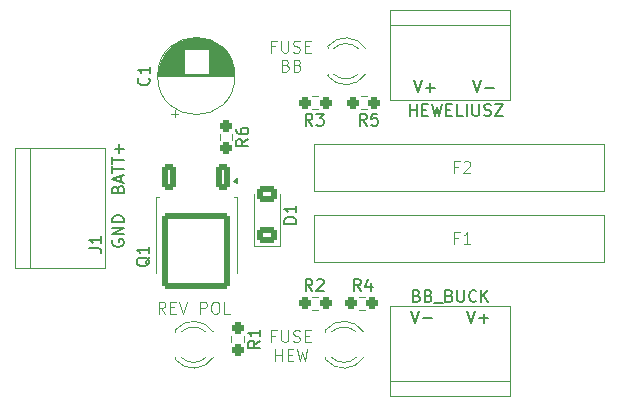
<source format=gto>
%TF.GenerationSoftware,KiCad,Pcbnew,8.0.1*%
%TF.CreationDate,2024-08-03T23:28:50+02:00*%
%TF.ProjectId,prot_cir,70726f74-5f63-4697-922e-6b696361645f,rev?*%
%TF.SameCoordinates,Original*%
%TF.FileFunction,Legend,Top*%
%TF.FilePolarity,Positive*%
%FSLAX46Y46*%
G04 Gerber Fmt 4.6, Leading zero omitted, Abs format (unit mm)*
G04 Created by KiCad (PCBNEW 8.0.1) date 2024-08-03 23:28:50*
%MOMM*%
%LPD*%
G01*
G04 APERTURE LIST*
G04 Aperture macros list*
%AMRoundRect*
0 Rectangle with rounded corners*
0 $1 Rounding radius*
0 $2 $3 $4 $5 $6 $7 $8 $9 X,Y pos of 4 corners*
0 Add a 4 corners polygon primitive as box body*
4,1,4,$2,$3,$4,$5,$6,$7,$8,$9,$2,$3,0*
0 Add four circle primitives for the rounded corners*
1,1,$1+$1,$2,$3*
1,1,$1+$1,$4,$5*
1,1,$1+$1,$6,$7*
1,1,$1+$1,$8,$9*
0 Add four rect primitives between the rounded corners*
20,1,$1+$1,$2,$3,$4,$5,0*
20,1,$1+$1,$4,$5,$6,$7,0*
20,1,$1+$1,$6,$7,$8,$9,0*
20,1,$1+$1,$8,$9,$2,$3,0*%
G04 Aperture macros list end*
%ADD10C,0.150000*%
%ADD11C,0.100000*%
%ADD12C,0.120000*%
%ADD13RoundRect,0.237500X0.250000X0.237500X-0.250000X0.237500X-0.250000X-0.237500X0.250000X-0.237500X0*%
%ADD14R,1.800000X1.800000*%
%ADD15C,1.800000*%
%ADD16C,5.600000*%
%ADD17R,3.000000X3.000000*%
%ADD18C,3.000000*%
%ADD19RoundRect,0.237500X-0.237500X0.250000X-0.237500X-0.250000X0.237500X-0.250000X0.237500X0.250000X0*%
%ADD20C,2.500000*%
%ADD21RoundRect,0.250000X0.600000X-0.400000X0.600000X0.400000X-0.600000X0.400000X-0.600000X-0.400000X0*%
%ADD22R,1.600000X1.600000*%
%ADD23C,1.600000*%
%ADD24RoundRect,0.250000X-0.350000X0.850000X-0.350000X-0.850000X0.350000X-0.850000X0.350000X0.850000X0*%
%ADD25RoundRect,0.249997X-2.650003X2.950003X-2.650003X-2.950003X2.650003X-2.950003X2.650003X2.950003X0*%
G04 APERTURE END LIST*
D10*
X142443922Y-94619819D02*
X142777255Y-95619819D01*
X142777255Y-95619819D02*
X143110588Y-94619819D01*
X143443922Y-95238866D02*
X144205827Y-95238866D01*
X137443922Y-94619819D02*
X137777255Y-95619819D01*
X137777255Y-95619819D02*
X138110588Y-94619819D01*
X138443922Y-95238866D02*
X139205827Y-95238866D01*
X138824874Y-95619819D02*
X138824874Y-94857914D01*
X137086779Y-97619819D02*
X137086779Y-96619819D01*
X137086779Y-97096009D02*
X137658207Y-97096009D01*
X137658207Y-97619819D02*
X137658207Y-96619819D01*
X138134398Y-97096009D02*
X138467731Y-97096009D01*
X138610588Y-97619819D02*
X138134398Y-97619819D01*
X138134398Y-97619819D02*
X138134398Y-96619819D01*
X138134398Y-96619819D02*
X138610588Y-96619819D01*
X138943922Y-96619819D02*
X139182017Y-97619819D01*
X139182017Y-97619819D02*
X139372493Y-96905533D01*
X139372493Y-96905533D02*
X139562969Y-97619819D01*
X139562969Y-97619819D02*
X139801065Y-96619819D01*
X140182017Y-97096009D02*
X140515350Y-97096009D01*
X140658207Y-97619819D02*
X140182017Y-97619819D01*
X140182017Y-97619819D02*
X140182017Y-96619819D01*
X140182017Y-96619819D02*
X140658207Y-96619819D01*
X141562969Y-97619819D02*
X141086779Y-97619819D01*
X141086779Y-97619819D02*
X141086779Y-96619819D01*
X141896303Y-97619819D02*
X141896303Y-96619819D01*
X142372493Y-96619819D02*
X142372493Y-97429342D01*
X142372493Y-97429342D02*
X142420112Y-97524580D01*
X142420112Y-97524580D02*
X142467731Y-97572200D01*
X142467731Y-97572200D02*
X142562969Y-97619819D01*
X142562969Y-97619819D02*
X142753445Y-97619819D01*
X142753445Y-97619819D02*
X142848683Y-97572200D01*
X142848683Y-97572200D02*
X142896302Y-97524580D01*
X142896302Y-97524580D02*
X142943921Y-97429342D01*
X142943921Y-97429342D02*
X142943921Y-96619819D01*
X143372493Y-97572200D02*
X143515350Y-97619819D01*
X143515350Y-97619819D02*
X143753445Y-97619819D01*
X143753445Y-97619819D02*
X143848683Y-97572200D01*
X143848683Y-97572200D02*
X143896302Y-97524580D01*
X143896302Y-97524580D02*
X143943921Y-97429342D01*
X143943921Y-97429342D02*
X143943921Y-97334104D01*
X143943921Y-97334104D02*
X143896302Y-97238866D01*
X143896302Y-97238866D02*
X143848683Y-97191247D01*
X143848683Y-97191247D02*
X143753445Y-97143628D01*
X143753445Y-97143628D02*
X143562969Y-97096009D01*
X143562969Y-97096009D02*
X143467731Y-97048390D01*
X143467731Y-97048390D02*
X143420112Y-97000771D01*
X143420112Y-97000771D02*
X143372493Y-96905533D01*
X143372493Y-96905533D02*
X143372493Y-96810295D01*
X143372493Y-96810295D02*
X143420112Y-96715057D01*
X143420112Y-96715057D02*
X143467731Y-96667438D01*
X143467731Y-96667438D02*
X143562969Y-96619819D01*
X143562969Y-96619819D02*
X143801064Y-96619819D01*
X143801064Y-96619819D02*
X143943921Y-96667438D01*
X144277255Y-96619819D02*
X144943921Y-96619819D01*
X144943921Y-96619819D02*
X144277255Y-97619819D01*
X144277255Y-97619819D02*
X144943921Y-97619819D01*
X137670112Y-112846009D02*
X137812969Y-112893628D01*
X137812969Y-112893628D02*
X137860588Y-112941247D01*
X137860588Y-112941247D02*
X137908207Y-113036485D01*
X137908207Y-113036485D02*
X137908207Y-113179342D01*
X137908207Y-113179342D02*
X137860588Y-113274580D01*
X137860588Y-113274580D02*
X137812969Y-113322200D01*
X137812969Y-113322200D02*
X137717731Y-113369819D01*
X137717731Y-113369819D02*
X137336779Y-113369819D01*
X137336779Y-113369819D02*
X137336779Y-112369819D01*
X137336779Y-112369819D02*
X137670112Y-112369819D01*
X137670112Y-112369819D02*
X137765350Y-112417438D01*
X137765350Y-112417438D02*
X137812969Y-112465057D01*
X137812969Y-112465057D02*
X137860588Y-112560295D01*
X137860588Y-112560295D02*
X137860588Y-112655533D01*
X137860588Y-112655533D02*
X137812969Y-112750771D01*
X137812969Y-112750771D02*
X137765350Y-112798390D01*
X137765350Y-112798390D02*
X137670112Y-112846009D01*
X137670112Y-112846009D02*
X137336779Y-112846009D01*
X138670112Y-112846009D02*
X138812969Y-112893628D01*
X138812969Y-112893628D02*
X138860588Y-112941247D01*
X138860588Y-112941247D02*
X138908207Y-113036485D01*
X138908207Y-113036485D02*
X138908207Y-113179342D01*
X138908207Y-113179342D02*
X138860588Y-113274580D01*
X138860588Y-113274580D02*
X138812969Y-113322200D01*
X138812969Y-113322200D02*
X138717731Y-113369819D01*
X138717731Y-113369819D02*
X138336779Y-113369819D01*
X138336779Y-113369819D02*
X138336779Y-112369819D01*
X138336779Y-112369819D02*
X138670112Y-112369819D01*
X138670112Y-112369819D02*
X138765350Y-112417438D01*
X138765350Y-112417438D02*
X138812969Y-112465057D01*
X138812969Y-112465057D02*
X138860588Y-112560295D01*
X138860588Y-112560295D02*
X138860588Y-112655533D01*
X138860588Y-112655533D02*
X138812969Y-112750771D01*
X138812969Y-112750771D02*
X138765350Y-112798390D01*
X138765350Y-112798390D02*
X138670112Y-112846009D01*
X138670112Y-112846009D02*
X138336779Y-112846009D01*
X139098684Y-113465057D02*
X139860588Y-113465057D01*
X140432017Y-112846009D02*
X140574874Y-112893628D01*
X140574874Y-112893628D02*
X140622493Y-112941247D01*
X140622493Y-112941247D02*
X140670112Y-113036485D01*
X140670112Y-113036485D02*
X140670112Y-113179342D01*
X140670112Y-113179342D02*
X140622493Y-113274580D01*
X140622493Y-113274580D02*
X140574874Y-113322200D01*
X140574874Y-113322200D02*
X140479636Y-113369819D01*
X140479636Y-113369819D02*
X140098684Y-113369819D01*
X140098684Y-113369819D02*
X140098684Y-112369819D01*
X140098684Y-112369819D02*
X140432017Y-112369819D01*
X140432017Y-112369819D02*
X140527255Y-112417438D01*
X140527255Y-112417438D02*
X140574874Y-112465057D01*
X140574874Y-112465057D02*
X140622493Y-112560295D01*
X140622493Y-112560295D02*
X140622493Y-112655533D01*
X140622493Y-112655533D02*
X140574874Y-112750771D01*
X140574874Y-112750771D02*
X140527255Y-112798390D01*
X140527255Y-112798390D02*
X140432017Y-112846009D01*
X140432017Y-112846009D02*
X140098684Y-112846009D01*
X141098684Y-112369819D02*
X141098684Y-113179342D01*
X141098684Y-113179342D02*
X141146303Y-113274580D01*
X141146303Y-113274580D02*
X141193922Y-113322200D01*
X141193922Y-113322200D02*
X141289160Y-113369819D01*
X141289160Y-113369819D02*
X141479636Y-113369819D01*
X141479636Y-113369819D02*
X141574874Y-113322200D01*
X141574874Y-113322200D02*
X141622493Y-113274580D01*
X141622493Y-113274580D02*
X141670112Y-113179342D01*
X141670112Y-113179342D02*
X141670112Y-112369819D01*
X142717731Y-113274580D02*
X142670112Y-113322200D01*
X142670112Y-113322200D02*
X142527255Y-113369819D01*
X142527255Y-113369819D02*
X142432017Y-113369819D01*
X142432017Y-113369819D02*
X142289160Y-113322200D01*
X142289160Y-113322200D02*
X142193922Y-113226961D01*
X142193922Y-113226961D02*
X142146303Y-113131723D01*
X142146303Y-113131723D02*
X142098684Y-112941247D01*
X142098684Y-112941247D02*
X142098684Y-112798390D01*
X142098684Y-112798390D02*
X142146303Y-112607914D01*
X142146303Y-112607914D02*
X142193922Y-112512676D01*
X142193922Y-112512676D02*
X142289160Y-112417438D01*
X142289160Y-112417438D02*
X142432017Y-112369819D01*
X142432017Y-112369819D02*
X142527255Y-112369819D01*
X142527255Y-112369819D02*
X142670112Y-112417438D01*
X142670112Y-112417438D02*
X142717731Y-112465057D01*
X143146303Y-113369819D02*
X143146303Y-112369819D01*
X143717731Y-113369819D02*
X143289160Y-112798390D01*
X143717731Y-112369819D02*
X143146303Y-112941247D01*
X141943922Y-114119819D02*
X142277255Y-115119819D01*
X142277255Y-115119819D02*
X142610588Y-114119819D01*
X142943922Y-114738866D02*
X143705827Y-114738866D01*
X143324874Y-115119819D02*
X143324874Y-114357914D01*
X137193922Y-114119819D02*
X137527255Y-115119819D01*
X137527255Y-115119819D02*
X137860588Y-114119819D01*
X138193922Y-114738866D02*
X138955827Y-114738866D01*
D11*
X125690476Y-116238665D02*
X125357143Y-116238665D01*
X125357143Y-116762475D02*
X125357143Y-115762475D01*
X125357143Y-115762475D02*
X125833333Y-115762475D01*
X126214286Y-115762475D02*
X126214286Y-116571998D01*
X126214286Y-116571998D02*
X126261905Y-116667236D01*
X126261905Y-116667236D02*
X126309524Y-116714856D01*
X126309524Y-116714856D02*
X126404762Y-116762475D01*
X126404762Y-116762475D02*
X126595238Y-116762475D01*
X126595238Y-116762475D02*
X126690476Y-116714856D01*
X126690476Y-116714856D02*
X126738095Y-116667236D01*
X126738095Y-116667236D02*
X126785714Y-116571998D01*
X126785714Y-116571998D02*
X126785714Y-115762475D01*
X127214286Y-116714856D02*
X127357143Y-116762475D01*
X127357143Y-116762475D02*
X127595238Y-116762475D01*
X127595238Y-116762475D02*
X127690476Y-116714856D01*
X127690476Y-116714856D02*
X127738095Y-116667236D01*
X127738095Y-116667236D02*
X127785714Y-116571998D01*
X127785714Y-116571998D02*
X127785714Y-116476760D01*
X127785714Y-116476760D02*
X127738095Y-116381522D01*
X127738095Y-116381522D02*
X127690476Y-116333903D01*
X127690476Y-116333903D02*
X127595238Y-116286284D01*
X127595238Y-116286284D02*
X127404762Y-116238665D01*
X127404762Y-116238665D02*
X127309524Y-116191046D01*
X127309524Y-116191046D02*
X127261905Y-116143427D01*
X127261905Y-116143427D02*
X127214286Y-116048189D01*
X127214286Y-116048189D02*
X127214286Y-115952951D01*
X127214286Y-115952951D02*
X127261905Y-115857713D01*
X127261905Y-115857713D02*
X127309524Y-115810094D01*
X127309524Y-115810094D02*
X127404762Y-115762475D01*
X127404762Y-115762475D02*
X127642857Y-115762475D01*
X127642857Y-115762475D02*
X127785714Y-115810094D01*
X128214286Y-116238665D02*
X128547619Y-116238665D01*
X128690476Y-116762475D02*
X128214286Y-116762475D01*
X128214286Y-116762475D02*
X128214286Y-115762475D01*
X128214286Y-115762475D02*
X128690476Y-115762475D01*
X125690476Y-118372419D02*
X125690476Y-117372419D01*
X125690476Y-117848609D02*
X126261904Y-117848609D01*
X126261904Y-118372419D02*
X126261904Y-117372419D01*
X126738095Y-117848609D02*
X127071428Y-117848609D01*
X127214285Y-118372419D02*
X126738095Y-118372419D01*
X126738095Y-118372419D02*
X126738095Y-117372419D01*
X126738095Y-117372419D02*
X127214285Y-117372419D01*
X127547619Y-117372419D02*
X127785714Y-118372419D01*
X127785714Y-118372419D02*
X127976190Y-117658133D01*
X127976190Y-117658133D02*
X128166666Y-118372419D01*
X128166666Y-118372419D02*
X128404762Y-117372419D01*
X125690476Y-91738665D02*
X125357143Y-91738665D01*
X125357143Y-92262475D02*
X125357143Y-91262475D01*
X125357143Y-91262475D02*
X125833333Y-91262475D01*
X126214286Y-91262475D02*
X126214286Y-92071998D01*
X126214286Y-92071998D02*
X126261905Y-92167236D01*
X126261905Y-92167236D02*
X126309524Y-92214856D01*
X126309524Y-92214856D02*
X126404762Y-92262475D01*
X126404762Y-92262475D02*
X126595238Y-92262475D01*
X126595238Y-92262475D02*
X126690476Y-92214856D01*
X126690476Y-92214856D02*
X126738095Y-92167236D01*
X126738095Y-92167236D02*
X126785714Y-92071998D01*
X126785714Y-92071998D02*
X126785714Y-91262475D01*
X127214286Y-92214856D02*
X127357143Y-92262475D01*
X127357143Y-92262475D02*
X127595238Y-92262475D01*
X127595238Y-92262475D02*
X127690476Y-92214856D01*
X127690476Y-92214856D02*
X127738095Y-92167236D01*
X127738095Y-92167236D02*
X127785714Y-92071998D01*
X127785714Y-92071998D02*
X127785714Y-91976760D01*
X127785714Y-91976760D02*
X127738095Y-91881522D01*
X127738095Y-91881522D02*
X127690476Y-91833903D01*
X127690476Y-91833903D02*
X127595238Y-91786284D01*
X127595238Y-91786284D02*
X127404762Y-91738665D01*
X127404762Y-91738665D02*
X127309524Y-91691046D01*
X127309524Y-91691046D02*
X127261905Y-91643427D01*
X127261905Y-91643427D02*
X127214286Y-91548189D01*
X127214286Y-91548189D02*
X127214286Y-91452951D01*
X127214286Y-91452951D02*
X127261905Y-91357713D01*
X127261905Y-91357713D02*
X127309524Y-91310094D01*
X127309524Y-91310094D02*
X127404762Y-91262475D01*
X127404762Y-91262475D02*
X127642857Y-91262475D01*
X127642857Y-91262475D02*
X127785714Y-91310094D01*
X128214286Y-91738665D02*
X128547619Y-91738665D01*
X128690476Y-92262475D02*
X128214286Y-92262475D01*
X128214286Y-92262475D02*
X128214286Y-91262475D01*
X128214286Y-91262475D02*
X128690476Y-91262475D01*
X126571428Y-93348609D02*
X126714285Y-93396228D01*
X126714285Y-93396228D02*
X126761904Y-93443847D01*
X126761904Y-93443847D02*
X126809523Y-93539085D01*
X126809523Y-93539085D02*
X126809523Y-93681942D01*
X126809523Y-93681942D02*
X126761904Y-93777180D01*
X126761904Y-93777180D02*
X126714285Y-93824800D01*
X126714285Y-93824800D02*
X126619047Y-93872419D01*
X126619047Y-93872419D02*
X126238095Y-93872419D01*
X126238095Y-93872419D02*
X126238095Y-92872419D01*
X126238095Y-92872419D02*
X126571428Y-92872419D01*
X126571428Y-92872419D02*
X126666666Y-92920038D01*
X126666666Y-92920038D02*
X126714285Y-92967657D01*
X126714285Y-92967657D02*
X126761904Y-93062895D01*
X126761904Y-93062895D02*
X126761904Y-93158133D01*
X126761904Y-93158133D02*
X126714285Y-93253371D01*
X126714285Y-93253371D02*
X126666666Y-93300990D01*
X126666666Y-93300990D02*
X126571428Y-93348609D01*
X126571428Y-93348609D02*
X126238095Y-93348609D01*
X127571428Y-93348609D02*
X127714285Y-93396228D01*
X127714285Y-93396228D02*
X127761904Y-93443847D01*
X127761904Y-93443847D02*
X127809523Y-93539085D01*
X127809523Y-93539085D02*
X127809523Y-93681942D01*
X127809523Y-93681942D02*
X127761904Y-93777180D01*
X127761904Y-93777180D02*
X127714285Y-93824800D01*
X127714285Y-93824800D02*
X127619047Y-93872419D01*
X127619047Y-93872419D02*
X127238095Y-93872419D01*
X127238095Y-93872419D02*
X127238095Y-92872419D01*
X127238095Y-92872419D02*
X127571428Y-92872419D01*
X127571428Y-92872419D02*
X127666666Y-92920038D01*
X127666666Y-92920038D02*
X127714285Y-92967657D01*
X127714285Y-92967657D02*
X127761904Y-93062895D01*
X127761904Y-93062895D02*
X127761904Y-93158133D01*
X127761904Y-93158133D02*
X127714285Y-93253371D01*
X127714285Y-93253371D02*
X127666666Y-93300990D01*
X127666666Y-93300990D02*
X127571428Y-93348609D01*
X127571428Y-93348609D02*
X127238095Y-93348609D01*
X116375312Y-114372419D02*
X116041979Y-113896228D01*
X115803884Y-114372419D02*
X115803884Y-113372419D01*
X115803884Y-113372419D02*
X116184836Y-113372419D01*
X116184836Y-113372419D02*
X116280074Y-113420038D01*
X116280074Y-113420038D02*
X116327693Y-113467657D01*
X116327693Y-113467657D02*
X116375312Y-113562895D01*
X116375312Y-113562895D02*
X116375312Y-113705752D01*
X116375312Y-113705752D02*
X116327693Y-113800990D01*
X116327693Y-113800990D02*
X116280074Y-113848609D01*
X116280074Y-113848609D02*
X116184836Y-113896228D01*
X116184836Y-113896228D02*
X115803884Y-113896228D01*
X116803884Y-113848609D02*
X117137217Y-113848609D01*
X117280074Y-114372419D02*
X116803884Y-114372419D01*
X116803884Y-114372419D02*
X116803884Y-113372419D01*
X116803884Y-113372419D02*
X117280074Y-113372419D01*
X117565789Y-113372419D02*
X117899122Y-114372419D01*
X117899122Y-114372419D02*
X118232455Y-113372419D01*
X119327694Y-114372419D02*
X119327694Y-113372419D01*
X119327694Y-113372419D02*
X119708646Y-113372419D01*
X119708646Y-113372419D02*
X119803884Y-113420038D01*
X119803884Y-113420038D02*
X119851503Y-113467657D01*
X119851503Y-113467657D02*
X119899122Y-113562895D01*
X119899122Y-113562895D02*
X119899122Y-113705752D01*
X119899122Y-113705752D02*
X119851503Y-113800990D01*
X119851503Y-113800990D02*
X119803884Y-113848609D01*
X119803884Y-113848609D02*
X119708646Y-113896228D01*
X119708646Y-113896228D02*
X119327694Y-113896228D01*
X120518170Y-113372419D02*
X120708646Y-113372419D01*
X120708646Y-113372419D02*
X120803884Y-113420038D01*
X120803884Y-113420038D02*
X120899122Y-113515276D01*
X120899122Y-113515276D02*
X120946741Y-113705752D01*
X120946741Y-113705752D02*
X120946741Y-114039085D01*
X120946741Y-114039085D02*
X120899122Y-114229561D01*
X120899122Y-114229561D02*
X120803884Y-114324800D01*
X120803884Y-114324800D02*
X120708646Y-114372419D01*
X120708646Y-114372419D02*
X120518170Y-114372419D01*
X120518170Y-114372419D02*
X120422932Y-114324800D01*
X120422932Y-114324800D02*
X120327694Y-114229561D01*
X120327694Y-114229561D02*
X120280075Y-114039085D01*
X120280075Y-114039085D02*
X120280075Y-113705752D01*
X120280075Y-113705752D02*
X120327694Y-113515276D01*
X120327694Y-113515276D02*
X120422932Y-113420038D01*
X120422932Y-113420038D02*
X120518170Y-113372419D01*
X121851503Y-114372419D02*
X121375313Y-114372419D01*
X121375313Y-114372419D02*
X121375313Y-113372419D01*
X129000000Y-106000000D02*
X153500000Y-106000000D01*
X153500000Y-110000000D01*
X129000000Y-110000000D01*
X129000000Y-106000000D01*
X129000000Y-100000000D02*
X153500000Y-100000000D01*
X153500000Y-104000000D01*
X129000000Y-104000000D01*
X129000000Y-100000000D01*
D10*
X112346009Y-103829887D02*
X112393628Y-103687030D01*
X112393628Y-103687030D02*
X112441247Y-103639411D01*
X112441247Y-103639411D02*
X112536485Y-103591792D01*
X112536485Y-103591792D02*
X112679342Y-103591792D01*
X112679342Y-103591792D02*
X112774580Y-103639411D01*
X112774580Y-103639411D02*
X112822200Y-103687030D01*
X112822200Y-103687030D02*
X112869819Y-103782268D01*
X112869819Y-103782268D02*
X112869819Y-104163220D01*
X112869819Y-104163220D02*
X111869819Y-104163220D01*
X111869819Y-104163220D02*
X111869819Y-103829887D01*
X111869819Y-103829887D02*
X111917438Y-103734649D01*
X111917438Y-103734649D02*
X111965057Y-103687030D01*
X111965057Y-103687030D02*
X112060295Y-103639411D01*
X112060295Y-103639411D02*
X112155533Y-103639411D01*
X112155533Y-103639411D02*
X112250771Y-103687030D01*
X112250771Y-103687030D02*
X112298390Y-103734649D01*
X112298390Y-103734649D02*
X112346009Y-103829887D01*
X112346009Y-103829887D02*
X112346009Y-104163220D01*
X112584104Y-103210839D02*
X112584104Y-102734649D01*
X112869819Y-103306077D02*
X111869819Y-102972744D01*
X111869819Y-102972744D02*
X112869819Y-102639411D01*
X111869819Y-102448934D02*
X111869819Y-101877506D01*
X112869819Y-102163220D02*
X111869819Y-102163220D01*
X111869819Y-101687029D02*
X111869819Y-101115601D01*
X112869819Y-101401315D02*
X111869819Y-101401315D01*
X112488866Y-100782267D02*
X112488866Y-100020363D01*
X112869819Y-100401315D02*
X112107914Y-100401315D01*
X111917438Y-108139411D02*
X111869819Y-108234649D01*
X111869819Y-108234649D02*
X111869819Y-108377506D01*
X111869819Y-108377506D02*
X111917438Y-108520363D01*
X111917438Y-108520363D02*
X112012676Y-108615601D01*
X112012676Y-108615601D02*
X112107914Y-108663220D01*
X112107914Y-108663220D02*
X112298390Y-108710839D01*
X112298390Y-108710839D02*
X112441247Y-108710839D01*
X112441247Y-108710839D02*
X112631723Y-108663220D01*
X112631723Y-108663220D02*
X112726961Y-108615601D01*
X112726961Y-108615601D02*
X112822200Y-108520363D01*
X112822200Y-108520363D02*
X112869819Y-108377506D01*
X112869819Y-108377506D02*
X112869819Y-108282268D01*
X112869819Y-108282268D02*
X112822200Y-108139411D01*
X112822200Y-108139411D02*
X112774580Y-108091792D01*
X112774580Y-108091792D02*
X112441247Y-108091792D01*
X112441247Y-108091792D02*
X112441247Y-108282268D01*
X112869819Y-107663220D02*
X111869819Y-107663220D01*
X111869819Y-107663220D02*
X112869819Y-107091792D01*
X112869819Y-107091792D02*
X111869819Y-107091792D01*
X112869819Y-106615601D02*
X111869819Y-106615601D01*
X111869819Y-106615601D02*
X111869819Y-106377506D01*
X111869819Y-106377506D02*
X111917438Y-106234649D01*
X111917438Y-106234649D02*
X112012676Y-106139411D01*
X112012676Y-106139411D02*
X112107914Y-106091792D01*
X112107914Y-106091792D02*
X112298390Y-106044173D01*
X112298390Y-106044173D02*
X112441247Y-106044173D01*
X112441247Y-106044173D02*
X112631723Y-106091792D01*
X112631723Y-106091792D02*
X112726961Y-106139411D01*
X112726961Y-106139411D02*
X112822200Y-106234649D01*
X112822200Y-106234649D02*
X112869819Y-106377506D01*
X112869819Y-106377506D02*
X112869819Y-106615601D01*
X132920833Y-112454819D02*
X132587500Y-111978628D01*
X132349405Y-112454819D02*
X132349405Y-111454819D01*
X132349405Y-111454819D02*
X132730357Y-111454819D01*
X132730357Y-111454819D02*
X132825595Y-111502438D01*
X132825595Y-111502438D02*
X132873214Y-111550057D01*
X132873214Y-111550057D02*
X132920833Y-111645295D01*
X132920833Y-111645295D02*
X132920833Y-111788152D01*
X132920833Y-111788152D02*
X132873214Y-111883390D01*
X132873214Y-111883390D02*
X132825595Y-111931009D01*
X132825595Y-111931009D02*
X132730357Y-111978628D01*
X132730357Y-111978628D02*
X132349405Y-111978628D01*
X133777976Y-111788152D02*
X133777976Y-112454819D01*
X133539881Y-111407200D02*
X133301786Y-112121485D01*
X133301786Y-112121485D02*
X133920833Y-112121485D01*
X128833333Y-112454819D02*
X128500000Y-111978628D01*
X128261905Y-112454819D02*
X128261905Y-111454819D01*
X128261905Y-111454819D02*
X128642857Y-111454819D01*
X128642857Y-111454819D02*
X128738095Y-111502438D01*
X128738095Y-111502438D02*
X128785714Y-111550057D01*
X128785714Y-111550057D02*
X128833333Y-111645295D01*
X128833333Y-111645295D02*
X128833333Y-111788152D01*
X128833333Y-111788152D02*
X128785714Y-111883390D01*
X128785714Y-111883390D02*
X128738095Y-111931009D01*
X128738095Y-111931009D02*
X128642857Y-111978628D01*
X128642857Y-111978628D02*
X128261905Y-111978628D01*
X129214286Y-111550057D02*
X129261905Y-111502438D01*
X129261905Y-111502438D02*
X129357143Y-111454819D01*
X129357143Y-111454819D02*
X129595238Y-111454819D01*
X129595238Y-111454819D02*
X129690476Y-111502438D01*
X129690476Y-111502438D02*
X129738095Y-111550057D01*
X129738095Y-111550057D02*
X129785714Y-111645295D01*
X129785714Y-111645295D02*
X129785714Y-111740533D01*
X129785714Y-111740533D02*
X129738095Y-111883390D01*
X129738095Y-111883390D02*
X129166667Y-112454819D01*
X129166667Y-112454819D02*
X129785714Y-112454819D01*
X133420833Y-98454819D02*
X133087500Y-97978628D01*
X132849405Y-98454819D02*
X132849405Y-97454819D01*
X132849405Y-97454819D02*
X133230357Y-97454819D01*
X133230357Y-97454819D02*
X133325595Y-97502438D01*
X133325595Y-97502438D02*
X133373214Y-97550057D01*
X133373214Y-97550057D02*
X133420833Y-97645295D01*
X133420833Y-97645295D02*
X133420833Y-97788152D01*
X133420833Y-97788152D02*
X133373214Y-97883390D01*
X133373214Y-97883390D02*
X133325595Y-97931009D01*
X133325595Y-97931009D02*
X133230357Y-97978628D01*
X133230357Y-97978628D02*
X132849405Y-97978628D01*
X134325595Y-97454819D02*
X133849405Y-97454819D01*
X133849405Y-97454819D02*
X133801786Y-97931009D01*
X133801786Y-97931009D02*
X133849405Y-97883390D01*
X133849405Y-97883390D02*
X133944643Y-97835771D01*
X133944643Y-97835771D02*
X134182738Y-97835771D01*
X134182738Y-97835771D02*
X134277976Y-97883390D01*
X134277976Y-97883390D02*
X134325595Y-97931009D01*
X134325595Y-97931009D02*
X134373214Y-98026247D01*
X134373214Y-98026247D02*
X134373214Y-98264342D01*
X134373214Y-98264342D02*
X134325595Y-98359580D01*
X134325595Y-98359580D02*
X134277976Y-98407200D01*
X134277976Y-98407200D02*
X134182738Y-98454819D01*
X134182738Y-98454819D02*
X133944643Y-98454819D01*
X133944643Y-98454819D02*
X133849405Y-98407200D01*
X133849405Y-98407200D02*
X133801786Y-98359580D01*
X128833333Y-98454819D02*
X128500000Y-97978628D01*
X128261905Y-98454819D02*
X128261905Y-97454819D01*
X128261905Y-97454819D02*
X128642857Y-97454819D01*
X128642857Y-97454819D02*
X128738095Y-97502438D01*
X128738095Y-97502438D02*
X128785714Y-97550057D01*
X128785714Y-97550057D02*
X128833333Y-97645295D01*
X128833333Y-97645295D02*
X128833333Y-97788152D01*
X128833333Y-97788152D02*
X128785714Y-97883390D01*
X128785714Y-97883390D02*
X128738095Y-97931009D01*
X128738095Y-97931009D02*
X128642857Y-97978628D01*
X128642857Y-97978628D02*
X128261905Y-97978628D01*
X129166667Y-97454819D02*
X129785714Y-97454819D01*
X129785714Y-97454819D02*
X129452381Y-97835771D01*
X129452381Y-97835771D02*
X129595238Y-97835771D01*
X129595238Y-97835771D02*
X129690476Y-97883390D01*
X129690476Y-97883390D02*
X129738095Y-97931009D01*
X129738095Y-97931009D02*
X129785714Y-98026247D01*
X129785714Y-98026247D02*
X129785714Y-98264342D01*
X129785714Y-98264342D02*
X129738095Y-98359580D01*
X129738095Y-98359580D02*
X129690476Y-98407200D01*
X129690476Y-98407200D02*
X129595238Y-98454819D01*
X129595238Y-98454819D02*
X129309524Y-98454819D01*
X129309524Y-98454819D02*
X129214286Y-98407200D01*
X129214286Y-98407200D02*
X129166667Y-98359580D01*
X109954819Y-108833333D02*
X110669104Y-108833333D01*
X110669104Y-108833333D02*
X110811961Y-108880952D01*
X110811961Y-108880952D02*
X110907200Y-108976190D01*
X110907200Y-108976190D02*
X110954819Y-109119047D01*
X110954819Y-109119047D02*
X110954819Y-109214285D01*
X110954819Y-107833333D02*
X110954819Y-108404761D01*
X110954819Y-108119047D02*
X109954819Y-108119047D01*
X109954819Y-108119047D02*
X110097676Y-108214285D01*
X110097676Y-108214285D02*
X110192914Y-108309523D01*
X110192914Y-108309523D02*
X110240533Y-108404761D01*
X123384819Y-99579166D02*
X122908628Y-99912499D01*
X123384819Y-100150594D02*
X122384819Y-100150594D01*
X122384819Y-100150594D02*
X122384819Y-99769642D01*
X122384819Y-99769642D02*
X122432438Y-99674404D01*
X122432438Y-99674404D02*
X122480057Y-99626785D01*
X122480057Y-99626785D02*
X122575295Y-99579166D01*
X122575295Y-99579166D02*
X122718152Y-99579166D01*
X122718152Y-99579166D02*
X122813390Y-99626785D01*
X122813390Y-99626785D02*
X122861009Y-99674404D01*
X122861009Y-99674404D02*
X122908628Y-99769642D01*
X122908628Y-99769642D02*
X122908628Y-100150594D01*
X122384819Y-98722023D02*
X122384819Y-98912499D01*
X122384819Y-98912499D02*
X122432438Y-99007737D01*
X122432438Y-99007737D02*
X122480057Y-99055356D01*
X122480057Y-99055356D02*
X122622914Y-99150594D01*
X122622914Y-99150594D02*
X122813390Y-99198213D01*
X122813390Y-99198213D02*
X123194342Y-99198213D01*
X123194342Y-99198213D02*
X123289580Y-99150594D01*
X123289580Y-99150594D02*
X123337200Y-99102975D01*
X123337200Y-99102975D02*
X123384819Y-99007737D01*
X123384819Y-99007737D02*
X123384819Y-98817261D01*
X123384819Y-98817261D02*
X123337200Y-98722023D01*
X123337200Y-98722023D02*
X123289580Y-98674404D01*
X123289580Y-98674404D02*
X123194342Y-98626785D01*
X123194342Y-98626785D02*
X122956247Y-98626785D01*
X122956247Y-98626785D02*
X122861009Y-98674404D01*
X122861009Y-98674404D02*
X122813390Y-98722023D01*
X122813390Y-98722023D02*
X122765771Y-98817261D01*
X122765771Y-98817261D02*
X122765771Y-99007737D01*
X122765771Y-99007737D02*
X122813390Y-99102975D01*
X122813390Y-99102975D02*
X122861009Y-99150594D01*
X122861009Y-99150594D02*
X122956247Y-99198213D01*
X124384819Y-116666666D02*
X123908628Y-116999999D01*
X124384819Y-117238094D02*
X123384819Y-117238094D01*
X123384819Y-117238094D02*
X123384819Y-116857142D01*
X123384819Y-116857142D02*
X123432438Y-116761904D01*
X123432438Y-116761904D02*
X123480057Y-116714285D01*
X123480057Y-116714285D02*
X123575295Y-116666666D01*
X123575295Y-116666666D02*
X123718152Y-116666666D01*
X123718152Y-116666666D02*
X123813390Y-116714285D01*
X123813390Y-116714285D02*
X123861009Y-116761904D01*
X123861009Y-116761904D02*
X123908628Y-116857142D01*
X123908628Y-116857142D02*
X123908628Y-117238094D01*
X124384819Y-115714285D02*
X124384819Y-116285713D01*
X124384819Y-115999999D02*
X123384819Y-115999999D01*
X123384819Y-115999999D02*
X123527676Y-116095237D01*
X123527676Y-116095237D02*
X123622914Y-116190475D01*
X123622914Y-116190475D02*
X123670533Y-116285713D01*
D11*
X141166666Y-101933609D02*
X140833333Y-101933609D01*
X140833333Y-102457419D02*
X140833333Y-101457419D01*
X140833333Y-101457419D02*
X141309523Y-101457419D01*
X141642857Y-101552657D02*
X141690476Y-101505038D01*
X141690476Y-101505038D02*
X141785714Y-101457419D01*
X141785714Y-101457419D02*
X142023809Y-101457419D01*
X142023809Y-101457419D02*
X142119047Y-101505038D01*
X142119047Y-101505038D02*
X142166666Y-101552657D01*
X142166666Y-101552657D02*
X142214285Y-101647895D01*
X142214285Y-101647895D02*
X142214285Y-101743133D01*
X142214285Y-101743133D02*
X142166666Y-101885990D01*
X142166666Y-101885990D02*
X141595238Y-102457419D01*
X141595238Y-102457419D02*
X142214285Y-102457419D01*
X141166666Y-107933609D02*
X140833333Y-107933609D01*
X140833333Y-108457419D02*
X140833333Y-107457419D01*
X140833333Y-107457419D02*
X141309523Y-107457419D01*
X142214285Y-108457419D02*
X141642857Y-108457419D01*
X141928571Y-108457419D02*
X141928571Y-107457419D01*
X141928571Y-107457419D02*
X141833333Y-107600276D01*
X141833333Y-107600276D02*
X141738095Y-107695514D01*
X141738095Y-107695514D02*
X141642857Y-107743133D01*
D10*
X127454819Y-106738094D02*
X126454819Y-106738094D01*
X126454819Y-106738094D02*
X126454819Y-106499999D01*
X126454819Y-106499999D02*
X126502438Y-106357142D01*
X126502438Y-106357142D02*
X126597676Y-106261904D01*
X126597676Y-106261904D02*
X126692914Y-106214285D01*
X126692914Y-106214285D02*
X126883390Y-106166666D01*
X126883390Y-106166666D02*
X127026247Y-106166666D01*
X127026247Y-106166666D02*
X127216723Y-106214285D01*
X127216723Y-106214285D02*
X127311961Y-106261904D01*
X127311961Y-106261904D02*
X127407200Y-106357142D01*
X127407200Y-106357142D02*
X127454819Y-106499999D01*
X127454819Y-106499999D02*
X127454819Y-106738094D01*
X127454819Y-105214285D02*
X127454819Y-105785713D01*
X127454819Y-105499999D02*
X126454819Y-105499999D01*
X126454819Y-105499999D02*
X126597676Y-105595237D01*
X126597676Y-105595237D02*
X126692914Y-105690475D01*
X126692914Y-105690475D02*
X126740533Y-105785713D01*
X114959580Y-94416666D02*
X115007200Y-94464285D01*
X115007200Y-94464285D02*
X115054819Y-94607142D01*
X115054819Y-94607142D02*
X115054819Y-94702380D01*
X115054819Y-94702380D02*
X115007200Y-94845237D01*
X115007200Y-94845237D02*
X114911961Y-94940475D01*
X114911961Y-94940475D02*
X114816723Y-94988094D01*
X114816723Y-94988094D02*
X114626247Y-95035713D01*
X114626247Y-95035713D02*
X114483390Y-95035713D01*
X114483390Y-95035713D02*
X114292914Y-94988094D01*
X114292914Y-94988094D02*
X114197676Y-94940475D01*
X114197676Y-94940475D02*
X114102438Y-94845237D01*
X114102438Y-94845237D02*
X114054819Y-94702380D01*
X114054819Y-94702380D02*
X114054819Y-94607142D01*
X114054819Y-94607142D02*
X114102438Y-94464285D01*
X114102438Y-94464285D02*
X114150057Y-94416666D01*
X115054819Y-93464285D02*
X115054819Y-94035713D01*
X115054819Y-93749999D02*
X114054819Y-93749999D01*
X114054819Y-93749999D02*
X114197676Y-93845237D01*
X114197676Y-93845237D02*
X114292914Y-93940475D01*
X114292914Y-93940475D02*
X114340533Y-94035713D01*
X115050057Y-109595238D02*
X115002438Y-109690476D01*
X115002438Y-109690476D02*
X114907200Y-109785714D01*
X114907200Y-109785714D02*
X114764342Y-109928571D01*
X114764342Y-109928571D02*
X114716723Y-110023809D01*
X114716723Y-110023809D02*
X114716723Y-110119047D01*
X114954819Y-110071428D02*
X114907200Y-110166666D01*
X114907200Y-110166666D02*
X114811961Y-110261904D01*
X114811961Y-110261904D02*
X114621485Y-110309523D01*
X114621485Y-110309523D02*
X114288152Y-110309523D01*
X114288152Y-110309523D02*
X114097676Y-110261904D01*
X114097676Y-110261904D02*
X114002438Y-110166666D01*
X114002438Y-110166666D02*
X113954819Y-110071428D01*
X113954819Y-110071428D02*
X113954819Y-109880952D01*
X113954819Y-109880952D02*
X114002438Y-109785714D01*
X114002438Y-109785714D02*
X114097676Y-109690476D01*
X114097676Y-109690476D02*
X114288152Y-109642857D01*
X114288152Y-109642857D02*
X114621485Y-109642857D01*
X114621485Y-109642857D02*
X114811961Y-109690476D01*
X114811961Y-109690476D02*
X114907200Y-109785714D01*
X114907200Y-109785714D02*
X114954819Y-109880952D01*
X114954819Y-109880952D02*
X114954819Y-110071428D01*
X114954819Y-108690476D02*
X114954819Y-109261904D01*
X114954819Y-108976190D02*
X113954819Y-108976190D01*
X113954819Y-108976190D02*
X114097676Y-109071428D01*
X114097676Y-109071428D02*
X114192914Y-109166666D01*
X114192914Y-109166666D02*
X114240533Y-109261904D01*
D12*
%TO.C,R4*%
X133254724Y-114022500D02*
X132745276Y-114022500D01*
X133254724Y-112977500D02*
X132745276Y-112977500D01*
%TO.C,R2*%
X129342224Y-114022500D02*
X128832776Y-114022500D01*
X129342224Y-112977500D02*
X128832776Y-112977500D01*
%TO.C,D2*%
X129935000Y-118080000D02*
X129935000Y-118236000D01*
X129935000Y-115764000D02*
X129935000Y-115920000D01*
X133167334Y-118078608D02*
G75*
G02*
X129935001Y-118235515I-1672334J1078608D01*
G01*
X132536129Y-118079836D02*
G75*
G02*
X130454040Y-118079999I-1041129J1079836D01*
G01*
X130454040Y-115920001D02*
G75*
G02*
X132536129Y-115920164I1040960J-1079999D01*
G01*
X129935001Y-115764485D02*
G75*
G02*
X133167334Y-115921392I1559999J-1235515D01*
G01*
%TO.C,R5*%
X133429724Y-97022500D02*
X132920276Y-97022500D01*
X133429724Y-95977500D02*
X132920276Y-95977500D01*
%TO.C,D4*%
X130110000Y-94080000D02*
X130110000Y-94236000D01*
X130110000Y-91764000D02*
X130110000Y-91920000D01*
X133342334Y-94078608D02*
G75*
G02*
X130110001Y-94235515I-1672334J1078608D01*
G01*
X132711129Y-94079836D02*
G75*
G02*
X130629040Y-94079999I-1041129J1079836D01*
G01*
X130629040Y-91920001D02*
G75*
G02*
X132711129Y-91920164I1040960J-1079999D01*
G01*
X130110001Y-91764485D02*
G75*
G02*
X133342334Y-91921392I1559999J-1235515D01*
G01*
%TO.C,R3*%
X129342224Y-97022500D02*
X128832776Y-97022500D01*
X129342224Y-95977500D02*
X128832776Y-95977500D01*
%TO.C,J4*%
X145580000Y-96310000D02*
X145580000Y-88690000D01*
X145580000Y-88690000D02*
X135420000Y-88690000D01*
X135420000Y-96310000D02*
X145580000Y-96310000D01*
X135420000Y-89960000D02*
X145580000Y-89960000D01*
X135420000Y-88690000D02*
X135420000Y-96310000D01*
%TO.C,J2*%
X135420000Y-113690000D02*
X135420000Y-121310000D01*
X135420000Y-121310000D02*
X145580000Y-121310000D01*
X145580000Y-113690000D02*
X135420000Y-113690000D01*
X145580000Y-120040000D02*
X135420000Y-120040000D01*
X145580000Y-121310000D02*
X145580000Y-113690000D01*
%TO.C,J1*%
X111310000Y-100380000D02*
X103690000Y-100380000D01*
X103690000Y-100380000D02*
X103690000Y-110540000D01*
X111310000Y-110540000D02*
X111310000Y-100380000D01*
X104960000Y-110540000D02*
X104960000Y-100380000D01*
X103690000Y-110540000D02*
X111310000Y-110540000D01*
%TO.C,R6*%
X122022500Y-99157776D02*
X122022500Y-99667224D01*
X120977500Y-99157776D02*
X120977500Y-99667224D01*
%TO.C,R1*%
X123022500Y-116245276D02*
X123022500Y-116754724D01*
X121977500Y-116245276D02*
X121977500Y-116754724D01*
%TO.C,D3*%
X117210000Y-115764000D02*
X117210000Y-115920000D01*
X117210000Y-118080000D02*
X117210000Y-118236000D01*
X117210001Y-115764485D02*
G75*
G02*
X120442334Y-115921392I1559999J-1235515D01*
G01*
X117729040Y-115920001D02*
G75*
G02*
X119811129Y-115920164I1040960J-1079999D01*
G01*
X119811129Y-118079836D02*
G75*
G02*
X117729040Y-118079999I-1041129J1079836D01*
G01*
X120442334Y-118078608D02*
G75*
G02*
X117210001Y-118235515I-1672334J1078608D01*
G01*
%TO.C,D1*%
X123890000Y-108660000D02*
X126110000Y-108660000D01*
X126110000Y-108660000D02*
X126110000Y-104250000D01*
X123890000Y-104250000D02*
X123890000Y-108660000D01*
%TO.C,C1*%
X117161000Y-97750241D02*
X117161000Y-97120241D01*
X116846000Y-97435241D02*
X117476000Y-97435241D01*
X115770000Y-94250000D02*
X122230000Y-94250000D01*
X115770000Y-94210000D02*
X122230000Y-94210000D01*
X115770000Y-94170000D02*
X122230000Y-94170000D01*
X115772000Y-94130000D02*
X122228000Y-94130000D01*
X115773000Y-94090000D02*
X122227000Y-94090000D01*
X115776000Y-94050000D02*
X122224000Y-94050000D01*
X115778000Y-94010000D02*
X117960000Y-94010000D01*
X120040000Y-94010000D02*
X122222000Y-94010000D01*
X115782000Y-93970000D02*
X117960000Y-93970000D01*
X120040000Y-93970000D02*
X122218000Y-93970000D01*
X115785000Y-93930000D02*
X117960000Y-93930000D01*
X120040000Y-93930000D02*
X122215000Y-93930000D01*
X115789000Y-93890000D02*
X117960000Y-93890000D01*
X120040000Y-93890000D02*
X122211000Y-93890000D01*
X115794000Y-93850000D02*
X117960000Y-93850000D01*
X120040000Y-93850000D02*
X122206000Y-93850000D01*
X115799000Y-93810000D02*
X117960000Y-93810000D01*
X120040000Y-93810000D02*
X122201000Y-93810000D01*
X115805000Y-93770000D02*
X117960000Y-93770000D01*
X120040000Y-93770000D02*
X122195000Y-93770000D01*
X115811000Y-93730000D02*
X117960000Y-93730000D01*
X120040000Y-93730000D02*
X122189000Y-93730000D01*
X115818000Y-93690000D02*
X117960000Y-93690000D01*
X120040000Y-93690000D02*
X122182000Y-93690000D01*
X115825000Y-93650000D02*
X117960000Y-93650000D01*
X120040000Y-93650000D02*
X122175000Y-93650000D01*
X115833000Y-93610000D02*
X117960000Y-93610000D01*
X120040000Y-93610000D02*
X122167000Y-93610000D01*
X115841000Y-93570000D02*
X117960000Y-93570000D01*
X120040000Y-93570000D02*
X122159000Y-93570000D01*
X115850000Y-93529000D02*
X117960000Y-93529000D01*
X120040000Y-93529000D02*
X122150000Y-93529000D01*
X115859000Y-93489000D02*
X117960000Y-93489000D01*
X120040000Y-93489000D02*
X122141000Y-93489000D01*
X115869000Y-93449000D02*
X117960000Y-93449000D01*
X120040000Y-93449000D02*
X122131000Y-93449000D01*
X115879000Y-93409000D02*
X117960000Y-93409000D01*
X120040000Y-93409000D02*
X122121000Y-93409000D01*
X115890000Y-93369000D02*
X117960000Y-93369000D01*
X120040000Y-93369000D02*
X122110000Y-93369000D01*
X115902000Y-93329000D02*
X117960000Y-93329000D01*
X120040000Y-93329000D02*
X122098000Y-93329000D01*
X115914000Y-93289000D02*
X117960000Y-93289000D01*
X120040000Y-93289000D02*
X122086000Y-93289000D01*
X115926000Y-93249000D02*
X117960000Y-93249000D01*
X120040000Y-93249000D02*
X122074000Y-93249000D01*
X115939000Y-93209000D02*
X117960000Y-93209000D01*
X120040000Y-93209000D02*
X122061000Y-93209000D01*
X115953000Y-93169000D02*
X117960000Y-93169000D01*
X120040000Y-93169000D02*
X122047000Y-93169000D01*
X115967000Y-93129000D02*
X117960000Y-93129000D01*
X120040000Y-93129000D02*
X122033000Y-93129000D01*
X115982000Y-93089000D02*
X117960000Y-93089000D01*
X120040000Y-93089000D02*
X122018000Y-93089000D01*
X115998000Y-93049000D02*
X117960000Y-93049000D01*
X120040000Y-93049000D02*
X122002000Y-93049000D01*
X116014000Y-93009000D02*
X117960000Y-93009000D01*
X120040000Y-93009000D02*
X121986000Y-93009000D01*
X116030000Y-92969000D02*
X117960000Y-92969000D01*
X120040000Y-92969000D02*
X121970000Y-92969000D01*
X116048000Y-92929000D02*
X117960000Y-92929000D01*
X120040000Y-92929000D02*
X121952000Y-92929000D01*
X116066000Y-92889000D02*
X117960000Y-92889000D01*
X120040000Y-92889000D02*
X121934000Y-92889000D01*
X116084000Y-92849000D02*
X117960000Y-92849000D01*
X120040000Y-92849000D02*
X121916000Y-92849000D01*
X116104000Y-92809000D02*
X117960000Y-92809000D01*
X120040000Y-92809000D02*
X121896000Y-92809000D01*
X116124000Y-92769000D02*
X117960000Y-92769000D01*
X120040000Y-92769000D02*
X121876000Y-92769000D01*
X116144000Y-92729000D02*
X117960000Y-92729000D01*
X120040000Y-92729000D02*
X121856000Y-92729000D01*
X116166000Y-92689000D02*
X117960000Y-92689000D01*
X120040000Y-92689000D02*
X121834000Y-92689000D01*
X116188000Y-92649000D02*
X117960000Y-92649000D01*
X120040000Y-92649000D02*
X121812000Y-92649000D01*
X116210000Y-92609000D02*
X117960000Y-92609000D01*
X120040000Y-92609000D02*
X121790000Y-92609000D01*
X116234000Y-92569000D02*
X117960000Y-92569000D01*
X120040000Y-92569000D02*
X121766000Y-92569000D01*
X116258000Y-92529000D02*
X117960000Y-92529000D01*
X120040000Y-92529000D02*
X121742000Y-92529000D01*
X116284000Y-92489000D02*
X117960000Y-92489000D01*
X120040000Y-92489000D02*
X121716000Y-92489000D01*
X116310000Y-92449000D02*
X117960000Y-92449000D01*
X120040000Y-92449000D02*
X121690000Y-92449000D01*
X116336000Y-92409000D02*
X117960000Y-92409000D01*
X120040000Y-92409000D02*
X121664000Y-92409000D01*
X116364000Y-92369000D02*
X117960000Y-92369000D01*
X120040000Y-92369000D02*
X121636000Y-92369000D01*
X116393000Y-92329000D02*
X117960000Y-92329000D01*
X120040000Y-92329000D02*
X121607000Y-92329000D01*
X116422000Y-92289000D02*
X117960000Y-92289000D01*
X120040000Y-92289000D02*
X121578000Y-92289000D01*
X116452000Y-92249000D02*
X117960000Y-92249000D01*
X120040000Y-92249000D02*
X121548000Y-92249000D01*
X116484000Y-92209000D02*
X117960000Y-92209000D01*
X120040000Y-92209000D02*
X121516000Y-92209000D01*
X116516000Y-92169000D02*
X117960000Y-92169000D01*
X120040000Y-92169000D02*
X121484000Y-92169000D01*
X116550000Y-92129000D02*
X117960000Y-92129000D01*
X120040000Y-92129000D02*
X121450000Y-92129000D01*
X116584000Y-92089000D02*
X117960000Y-92089000D01*
X120040000Y-92089000D02*
X121416000Y-92089000D01*
X116620000Y-92049000D02*
X117960000Y-92049000D01*
X120040000Y-92049000D02*
X121380000Y-92049000D01*
X116657000Y-92009000D02*
X117960000Y-92009000D01*
X120040000Y-92009000D02*
X121343000Y-92009000D01*
X116695000Y-91969000D02*
X117960000Y-91969000D01*
X120040000Y-91969000D02*
X121305000Y-91969000D01*
X116735000Y-91929000D02*
X121265000Y-91929000D01*
X116776000Y-91889000D02*
X121224000Y-91889000D01*
X116818000Y-91849000D02*
X121182000Y-91849000D01*
X116863000Y-91809000D02*
X121137000Y-91809000D01*
X116908000Y-91769000D02*
X121092000Y-91769000D01*
X116956000Y-91729000D02*
X121044000Y-91729000D01*
X117005000Y-91689000D02*
X120995000Y-91689000D01*
X117056000Y-91649000D02*
X120944000Y-91649000D01*
X117110000Y-91609000D02*
X120890000Y-91609000D01*
X117166000Y-91569000D02*
X120834000Y-91569000D01*
X117224000Y-91529000D02*
X120776000Y-91529000D01*
X117286000Y-91489000D02*
X120714000Y-91489000D01*
X117350000Y-91449000D02*
X120650000Y-91449000D01*
X117419000Y-91409000D02*
X120581000Y-91409000D01*
X117491000Y-91369000D02*
X120509000Y-91369000D01*
X117568000Y-91329000D02*
X120432000Y-91329000D01*
X117650000Y-91289000D02*
X120350000Y-91289000D01*
X117738000Y-91249000D02*
X120262000Y-91249000D01*
X117835000Y-91209000D02*
X120165000Y-91209000D01*
X117941000Y-91169000D02*
X120059000Y-91169000D01*
X118060000Y-91129000D02*
X119940000Y-91129000D01*
X118198000Y-91089000D02*
X119802000Y-91089000D01*
X118367000Y-91049000D02*
X119633000Y-91049000D01*
X118598000Y-91009000D02*
X119402000Y-91009000D01*
X122270000Y-94250000D02*
G75*
G02*
X115730000Y-94250000I-3270000J0D01*
G01*
X115730000Y-94250000D02*
G75*
G02*
X122270000Y-94250000I3270000J0D01*
G01*
%TO.C,Q1*%
X122450000Y-110950000D02*
X122450000Y-104530000D01*
X122450000Y-104530000D02*
X122180000Y-104530000D01*
X115550000Y-110950000D02*
X115550000Y-104530000D01*
X115550000Y-104530000D02*
X115820000Y-104530000D01*
X122470000Y-103350000D02*
X122140000Y-103110000D01*
X122470000Y-102870000D01*
X122470000Y-103350000D01*
G36*
X122470000Y-103350000D02*
G01*
X122140000Y-103110000D01*
X122470000Y-102870000D01*
X122470000Y-103350000D01*
G37*
%TD*%
%LPC*%
D13*
%TO.C,R4*%
X133912500Y-113500000D03*
X132087500Y-113500000D03*
%TD*%
%TO.C,R2*%
X130000000Y-113500000D03*
X128175000Y-113500000D03*
%TD*%
D14*
%TO.C,D2*%
X130225000Y-117000000D03*
D15*
X132765000Y-117000000D03*
%TD*%
D13*
%TO.C,R5*%
X134087500Y-96500000D03*
X132262500Y-96500000D03*
%TD*%
D14*
%TO.C,D4*%
X130400000Y-93000000D03*
D15*
X132940000Y-93000000D03*
%TD*%
D13*
%TO.C,R3*%
X130000000Y-96500000D03*
X128175000Y-96500000D03*
%TD*%
D16*
%TO.C,REF\u002A\u002A*%
X110000000Y-116000000D03*
%TD*%
%TO.C,REF\u002A\u002A*%
X110000000Y-94000000D03*
%TD*%
%TO.C,REF\u002A\u002A*%
X150000000Y-116000000D03*
%TD*%
%TO.C,REF\u002A\u002A*%
X150000000Y-94000000D03*
%TD*%
D17*
%TO.C,J4*%
X143040000Y-92500000D03*
D18*
X137960000Y-92500000D03*
%TD*%
D17*
%TO.C,J2*%
X137960000Y-117500000D03*
D18*
X143040000Y-117500000D03*
%TD*%
D17*
%TO.C,J1*%
X107500000Y-102920000D03*
D18*
X107500000Y-108000000D03*
%TD*%
D19*
%TO.C,R6*%
X121500000Y-98500000D03*
X121500000Y-100325000D03*
%TD*%
%TO.C,R1*%
X122500000Y-115587500D03*
X122500000Y-117412500D03*
%TD*%
D20*
%TO.C,F2*%
X130700000Y-102000000D03*
X135900000Y-102000000D03*
X146500000Y-102000000D03*
X151700000Y-102000000D03*
%TD*%
%TO.C,F1*%
X151800000Y-108000000D03*
X146600000Y-108000000D03*
X136000000Y-108000000D03*
X130800000Y-108000000D03*
%TD*%
D14*
%TO.C,D3*%
X117500000Y-117000000D03*
D15*
X120040000Y-117000000D03*
%TD*%
D21*
%TO.C,D1*%
X125000000Y-107750000D03*
X125000000Y-104250000D03*
%TD*%
D22*
%TO.C,C1*%
X119000000Y-95500000D03*
D23*
X119000000Y-93000000D03*
%TD*%
D24*
%TO.C,Q1*%
X121280000Y-102800000D03*
D25*
X119000000Y-109100000D03*
D24*
X116720000Y-102800000D03*
%TD*%
%LPD*%
M02*

</source>
